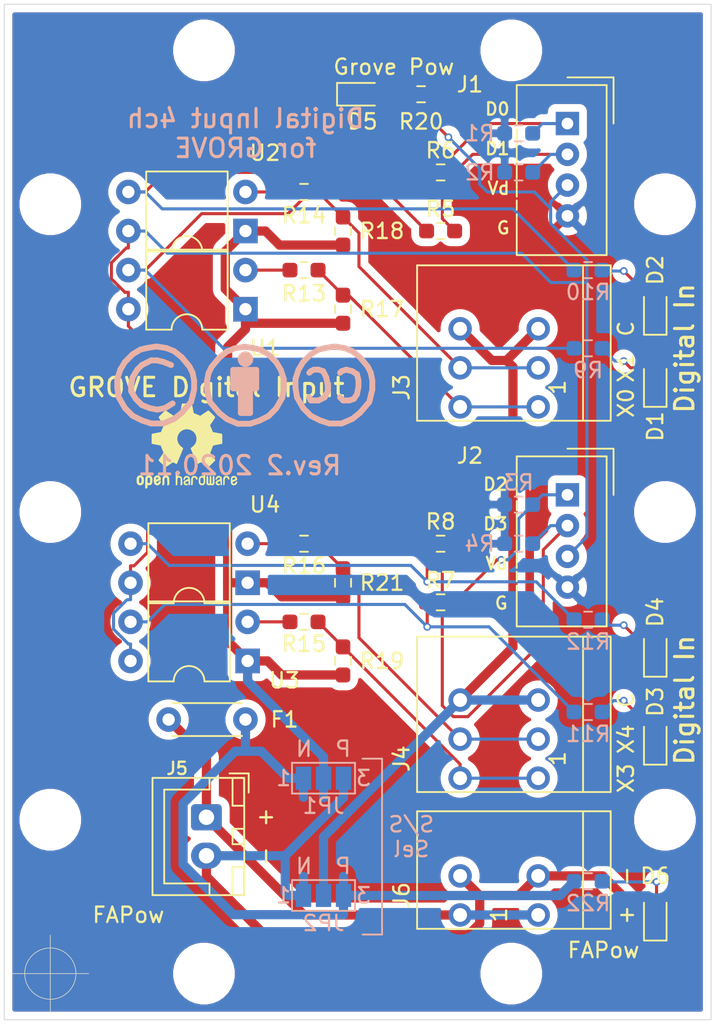
<source format=kicad_pcb>
(kicad_pcb (version 20171130) (host pcbnew "(5.1.8)-1")
  (title_block (title "GROVE Isolated GPIO Interface (4 IN)") (date 2020-11-24) (rev 2) (comment 4 CC-BY-SA))
  (layers (0 F.Cu signal) (31 B.Cu signal) (34 B.Paste user hide) (35 F.Paste user hide) (36 B.SilkS user) (37 F.SilkS user) (38 B.Mask user hide) (39 F.Mask user hide) (44 Edge.Cuts user))
  (net 0 "")
  (net 1 GND)
  (net 2 +24V)
  (net 3 GNDD)
  (net 4 "Net-(D1-Pad2)")
  (net 5 "Net-(D2-Pad2)")
  (net 6 "Net-(D3-Pad2)")
  (net 7 +3V3)
  (net 8 "Net-(D4-Pad2)")
  (net 9 "Net-(D5-Pad2)")
  (net 10 /+24V_)
  (net 11 /GNDD_)
  (net 12 "Net-(J1-Pad2)")
  (net 13 "Net-(J1-Pad1)")
  (net 14 "Net-(J2-Pad2)")
  (net 15 "Net-(J2-Pad1)")
  (net 16 /IN1)
  (net 17 /IN2)
  (net 18 /IN3)
  (net 19 /IN4)
  (net 20 "Net-(F1-Pad2)")
  (net 21 "Net-(R5-Pad1)")
  (net 22 "Net-(R10-Pad1)")
  (net 23 "Net-(R11-Pad1)")
  (net 24 "Net-(R12-Pad1)")
  (net 25 "Net-(R13-Pad2)")
  (net 26 "Net-(R14-Pad2)")
  (net 27 "Net-(R15-Pad2)")
  (net 28 "Net-(R16-Pad2)")
  (net 29 "Net-(D6-Pad2)")
  (module Resistor_SMD:R_0603_1608Metric_Pad0.98x0.95mm_HandSolder (layer F.Cu) (at 98.13 93.85 180)
    (fp_text reference R20 (at 0 -1.778) (layer F.SilkS))
    (fp_text value 1k)
    (pad 2 smd roundrect (at 0.9125 0 180) (size 0.975 0.95) (layers F.Cu F.Paste F.Mask) (net 9 "Net-(D5-Pad2)"))
    (pad 1 smd roundrect (at -0.9125 0 180) (size 0.975 0.95) (layers F.Cu F.Paste F.Mask) (net 7 +3V3))
  )
  (module LED_SMD:LED_0603_1608Metric_Pad1.05x0.95mm_HandSolder (layer F.Cu) (at 94.32 93.85)
    (fp_text reference D5 (at 0 1.778) (layer F.SilkS))
    (fp_text value LED)
    (pad 2 smd roundrect (at 0.875 0) (size 1.05 0.95) (layers F.Cu F.Paste F.Mask) (net 9 "Net-(D5-Pad2)"))
    (pad 1 smd roundrect (at -0.875 0) (size 1.05 0.95) (layers F.Cu F.Paste F.Mask) (net 1 GND))
  )
  (module MountingHole:MountingHole_3mm (layer F.Cu) (at 114 141)
    (fp_text reference MH12 hide)
    (fp_text value MountingHole)
    (pad 1 np_thru_hole circle (at 0 0) (size 3 3) (drill 3) (layers *.Cu *.Mask))
  )
  (module MountingHole:MountingHole_3mm (layer F.Cu) (at 84 151)
    (fp_text reference MH11 hide)
    (fp_text value MountingHole)
    (pad 1 np_thru_hole circle (at 0 0) (size 3 3) (drill 3) (layers *.Cu *.Mask))
  )
  (module MountingHole:MountingHole_3mm (layer F.Cu) (at 74 121)
    (fp_text reference MH10 hide)
    (fp_text value MountingHole)
    (pad 1 np_thru_hole circle (at 0 0) (size 3 3) (drill 3) (layers *.Cu *.Mask))
  )
  (module MountingHole:MountingHole_3mm (layer F.Cu) (at 84 91)
    (fp_text reference MH9 hide)
    (fp_text value MountingHole)
    (pad 1 np_thru_hole circle (at 0 0) (size 3 3) (drill 3) (layers *.Cu *.Mask))
  )
  (module MountingHole:MountingHole_3mm (layer F.Cu) (at 114 101)
    (fp_text reference MH8 hide)
    (fp_text value MountingHole)
    (pad 1 np_thru_hole circle (at 0 0) (size 3 3) (drill 3) (layers *.Cu *.Mask))
  )
  (module Resistor_SMD:R_0603_1608Metric_Pad0.98x0.95mm_HandSolder (layer B.Cu) (at 104.48 123.06 180)
    (fp_text reference R4 (at 2.54 0) (layer B.SilkS) (effects (justify mirror)))
    (fp_text value 10k)
    (pad 2 smd roundrect (at 0.9125 0 180) (size 0.975 0.95) (layers B.Cu B.Paste B.Mask) (net 1 GND))
    (pad 1 smd roundrect (at -0.9125 0 180) (size 0.975 0.95) (layers B.Cu B.Paste B.Mask) (net 14 "Net-(J2-Pad2)"))
  )
  (module Resistor_SMD:R_0603_1608Metric_Pad0.98x0.95mm_HandSolder (layer B.Cu) (at 104.48 120.52 180)
    (fp_text reference R3 (at 0 1.43) (layer B.SilkS) (effects (justify mirror)))
    (fp_text value 10k)
    (pad 2 smd roundrect (at 0.9125 0 180) (size 0.975 0.95) (layers B.Cu B.Paste B.Mask) (net 1 GND))
    (pad 1 smd roundrect (at -0.9125 0 180) (size 0.975 0.95) (layers B.Cu B.Paste B.Mask) (net 15 "Net-(J2-Pad1)"))
  )
  (module Resistor_SMD:R_0603_1608Metric_Pad0.98x0.95mm_HandSolder (layer B.Cu) (at 104.48 98.93 180)
    (fp_text reference R2 (at 2.54 0) (layer B.SilkS) (effects (justify mirror)))
    (fp_text value 10k)
    (pad 2 smd roundrect (at 0.9125 0 180) (size 0.975 0.95) (layers B.Cu B.Paste B.Mask) (net 1 GND))
    (pad 1 smd roundrect (at -0.9125 0 180) (size 0.975 0.95) (layers B.Cu B.Paste B.Mask) (net 12 "Net-(J1-Pad2)"))
  )
  (module Resistor_SMD:R_0603_1608Metric_Pad0.98x0.95mm_HandSolder (layer B.Cu) (at 104.48 96.39 180)
    (fp_text reference R1 (at 2.54 0) (layer B.SilkS) (effects (justify mirror)))
    (fp_text value 10k)
    (pad 2 smd roundrect (at 0.9125 0 180) (size 0.975 0.95) (layers B.Cu B.Paste B.Mask) (net 1 GND))
    (pad 1 smd roundrect (at -0.9125 0 180) (size 0.975 0.95) (layers B.Cu B.Paste B.Mask) (net 13 "Net-(J1-Pad1)"))
  )
  (module Capacitor_THT:C_Disc_D4.3mm_W1.9mm_P5.00mm (layer F.Cu) (at 86.7 134.49 180)
    (fp_text reference F1 (at -2.54 0) (layer F.SilkS))
    (fp_text value 0.5A)
    (pad 2 thru_hole circle (at 5 0 180) (size 1.6 1.6) (drill 0.8) (layers *.Cu *.Mask) (net 20 "Net-(F1-Pad2)"))
    (pad 1 thru_hole circle (at 0 0 180) (size 1.6 1.6) (drill 0.8) (layers *.Cu *.Mask) (net 2 +24V))
  )
  (module MountingHole:MountingHole_3mm (layer F.Cu) (at 74 141)
    (fp_text reference MH5 hide)
    (fp_text value MountingHole)
    (pad 1 np_thru_hole circle (at 0 0) (size 3 3) (drill 3) (layers *.Cu *.Mask))
  )
  (module MountingHole:MountingHole_3mm (layer F.Cu) (at 104 151 180)
    (fp_text reference MH4 hide)
    (fp_text value MountingHole)
    (pad 1 np_thru_hole circle (at 0 0 180) (size 3 3) (drill 3) (layers *.Cu *.Mask))
  )
  (module MountingHole:MountingHole_3mm (layer F.Cu) (at 104 91 180)
    (fp_text reference MH3 hide)
    (fp_text value MountingHole)
    (pad 1 np_thru_hole circle (at 0 0 180) (size 3 3) (drill 3) (layers *.Cu *.Mask))
  )
  (module MountingHole:MountingHole_3mm (layer F.Cu) (at 74 101 180)
    (fp_text reference MH2 hide)
    (fp_text value MountingHole)
    (pad 1 np_thru_hole circle (at 0 0 180) (size 3 3) (drill 3) (layers *.Cu *.Mask))
  )
  (module MountingHole:MountingHole_3mm (layer F.Cu) (at 114 121 180)
    (fp_text reference MH1 hide)
    (fp_text value MountingHole)
    (pad 1 np_thru_hole circle (at 0 0 180) (size 3 3) (drill 3) (layers *.Cu *.Mask))
  )
  (module Package_DIP:DIP-4_W7.62mm (layer F.Cu) (at 86.84 125.6 180)
    (fp_text reference U4 (at -1.13 5.08) (layer F.SilkS))
    (fp_text value FOD814A300W)
    (pad 4 thru_hole oval (at 7.62 0 180) (size 1.6 1.6) (drill 0.8) (layers *.Cu *.Mask) (net 7 +3V3))
    (pad 2 thru_hole oval (at 0 2.54 180) (size 1.6 1.6) (drill 0.8) (layers *.Cu *.Mask) (net 28 "Net-(R16-Pad2)"))
    (pad 3 thru_hole oval (at 7.62 2.54 180) (size 1.6 1.6) (drill 0.8) (layers *.Cu *.Mask) (net 24 "Net-(R12-Pad1)"))
    (pad 1 thru_hole rect (at 0 0 180) (size 1.6 1.6) (drill 0.8) (layers *.Cu *.Mask) (net 10 /+24V_))
  )
  (module Package_DIP:DIP-4_W7.62mm (layer F.Cu) (at 86.84 130.68 180)
    (fp_text reference U3 (at -2.4 -1.27) (layer F.SilkS))
    (fp_text value FOD814A300W)
    (pad 4 thru_hole oval (at 7.62 0 180) (size 1.6 1.6) (drill 0.8) (layers *.Cu *.Mask) (net 7 +3V3))
    (pad 2 thru_hole oval (at 0 2.54 180) (size 1.6 1.6) (drill 0.8) (layers *.Cu *.Mask) (net 27 "Net-(R15-Pad2)"))
    (pad 3 thru_hole oval (at 7.62 2.54 180) (size 1.6 1.6) (drill 0.8) (layers *.Cu *.Mask) (net 23 "Net-(R11-Pad1)"))
    (pad 1 thru_hole rect (at 0 0 180) (size 1.6 1.6) (drill 0.8) (layers *.Cu *.Mask) (net 10 /+24V_))
  )
  (module Package_DIP:DIP-4_W7.62mm (layer F.Cu) (at 86.7 102.74 180)
    (fp_text reference U2 (at -1.27 5.08) (layer F.SilkS))
    (fp_text value FOD814A300W)
    (pad 4 thru_hole oval (at 7.62 0 180) (size 1.6 1.6) (drill 0.8) (layers *.Cu *.Mask) (net 7 +3V3))
    (pad 2 thru_hole oval (at 0 2.54 180) (size 1.6 1.6) (drill 0.8) (layers *.Cu *.Mask) (net 26 "Net-(R14-Pad2)"))
    (pad 3 thru_hole oval (at 7.62 2.54 180) (size 1.6 1.6) (drill 0.8) (layers *.Cu *.Mask) (net 22 "Net-(R10-Pad1)"))
    (pad 1 thru_hole rect (at 0 0 180) (size 1.6 1.6) (drill 0.8) (layers *.Cu *.Mask) (net 10 /+24V_))
  )
  (module Package_DIP:DIP-4_W7.62mm (layer F.Cu) (at 86.7 107.82 180)
    (fp_text reference U1 (at -1.27 -2.54) (layer F.SilkS))
    (fp_text value FOD814A300W)
    (pad 4 thru_hole oval (at 7.62 0 180) (size 1.6 1.6) (drill 0.8) (layers *.Cu *.Mask) (net 7 +3V3))
    (pad 2 thru_hole oval (at 0 2.54 180) (size 1.6 1.6) (drill 0.8) (layers *.Cu *.Mask) (net 25 "Net-(R13-Pad2)"))
    (pad 3 thru_hole oval (at 7.62 2.54 180) (size 1.6 1.6) (drill 0.8) (layers *.Cu *.Mask) (net 21 "Net-(R5-Pad1)"))
    (pad 1 thru_hole rect (at 0 0 180) (size 1.6 1.6) (drill 0.8) (layers *.Cu *.Mask) (net 10 /+24V_))
  )
  (module Resistor_SMD:R_0603_1608Metric_Pad0.98x0.95mm_HandSolder (layer F.Cu) (at 93.05 125.6 90)
    (fp_text reference R21 (at 0 2.54 180) (layer F.SilkS))
    (fp_text value 4.7k)
    (pad 2 smd roundrect (at 0.9125 0 90) (size 0.975 0.95) (layers F.Cu F.Paste F.Mask) (net 19 /IN4))
    (pad 1 smd roundrect (at -0.9125 0 90) (size 0.975 0.95) (layers F.Cu F.Paste F.Mask) (net 10 /+24V_))
  )
  (module Resistor_SMD:R_0603_1608Metric_Pad0.98x0.95mm_HandSolder (layer F.Cu) (at 93.05 130.68 90)
    (fp_text reference R19 (at 0 2.54 180) (layer F.SilkS))
    (fp_text value 4.7k)
    (pad 2 smd roundrect (at 0.9125 0 90) (size 0.975 0.95) (layers F.Cu F.Paste F.Mask) (net 18 /IN3))
    (pad 1 smd roundrect (at -0.9125 0 90) (size 0.975 0.95) (layers F.Cu F.Paste F.Mask) (net 10 /+24V_))
  )
  (module Resistor_SMD:R_0603_1608Metric_Pad0.98x0.95mm_HandSolder (layer F.Cu) (at 93.05 102.74 90)
    (fp_text reference R18 (at 0 2.54 180) (layer F.SilkS))
    (fp_text value 4.7k)
    (pad 2 smd roundrect (at 0.9125 0 90) (size 0.975 0.95) (layers F.Cu F.Paste F.Mask) (net 17 /IN2))
    (pad 1 smd roundrect (at -0.9125 0 90) (size 0.975 0.95) (layers F.Cu F.Paste F.Mask) (net 10 /+24V_))
  )
  (module Resistor_SMD:R_0603_1608Metric_Pad0.98x0.95mm_HandSolder (layer F.Cu) (at 93.05 107.82 90)
    (fp_text reference R17 (at 0 2.54 180) (layer F.SilkS))
    (fp_text value 4.7k)
    (pad 2 smd roundrect (at 0.9125 0 90) (size 0.975 0.95) (layers F.Cu F.Paste F.Mask) (net 16 /IN1))
    (pad 1 smd roundrect (at -0.9125 0 90) (size 0.975 0.95) (layers F.Cu F.Paste F.Mask) (net 10 /+24V_))
  )
  (module Resistor_SMD:R_0603_1608Metric_Pad0.98x0.95mm_HandSolder (layer F.Cu) (at 90.51 123.06 180)
    (fp_text reference R16 (at 0 -1.43) (layer F.SilkS))
    (fp_text value 4.7k)
    (pad 2 smd roundrect (at 0.9125 0 180) (size 0.975 0.95) (layers F.Cu F.Paste F.Mask) (net 28 "Net-(R16-Pad2)"))
    (pad 1 smd roundrect (at -0.9125 0 180) (size 0.975 0.95) (layers F.Cu F.Paste F.Mask) (net 19 /IN4))
  )
  (module Resistor_SMD:R_0603_1608Metric_Pad0.98x0.95mm_HandSolder (layer F.Cu) (at 90.51 128.14 180)
    (fp_text reference R15 (at 0 -1.43) (layer F.SilkS))
    (fp_text value 4.7k)
    (pad 2 smd roundrect (at 0.9125 0 180) (size 0.975 0.95) (layers F.Cu F.Paste F.Mask) (net 27 "Net-(R15-Pad2)"))
    (pad 1 smd roundrect (at -0.9125 0 180) (size 0.975 0.95) (layers F.Cu F.Paste F.Mask) (net 18 /IN3))
  )
  (module Resistor_SMD:R_0603_1608Metric_Pad0.98x0.95mm_HandSolder (layer F.Cu) (at 90.51 100.2 180)
    (fp_text reference R14 (at 0 -1.524) (layer F.SilkS))
    (fp_text value 4.7k)
    (pad 2 smd roundrect (at 0.9125 0 180) (size 0.975 0.95) (layers F.Cu F.Paste F.Mask) (net 26 "Net-(R14-Pad2)"))
    (pad 1 smd roundrect (at -0.9125 0 180) (size 0.975 0.95) (layers F.Cu F.Paste F.Mask) (net 17 /IN2))
  )
  (module Resistor_SMD:R_0603_1608Metric_Pad0.98x0.95mm_HandSolder (layer F.Cu) (at 90.51 105.28 180)
    (fp_text reference R13 (at 0 -1.524) (layer F.SilkS))
    (fp_text value 4.7k)
    (pad 2 smd roundrect (at 0.9125 0 180) (size 0.975 0.95) (layers F.Cu F.Paste F.Mask) (net 25 "Net-(R13-Pad2)"))
    (pad 1 smd roundrect (at -0.9125 0 180) (size 0.975 0.95) (layers F.Cu F.Paste F.Mask) (net 16 /IN1))
  )
  (module _my_kicad_symbol:Terminal_TB401a-1-3-E (layer F.Cu) (at 100.67 138.3 90)
    (fp_text reference J4 (at 1.27 -3.81 90) (layer F.SilkS))
    (fp_text value OUT3/4)
    (fp_text user 1 (at 1.27 6.35 90) (layer F.SilkS))
    (pad 6 thru_hole circle (at 5.08 0 90) (size 1.524 1.524) (drill 0.9) (layers *.Cu *.Mask) (net 11 /GNDD_))
    (pad 5 thru_hole circle (at 5.08 5.08 90) (size 1.524 1.524) (drill 0.9) (layers *.Cu *.Mask) (net 11 /GNDD_))
    (pad 1 thru_hole circle (at 0 5.08 90) (size 1.524 1.524) (drill 0.9) (layers *.Cu *.Mask) (net 18 /IN3))
    (pad 2 thru_hole circle (at 0 0 90) (size 1.524 1.524) (drill 0.9) (layers *.Cu *.Mask) (net 18 /IN3))
    (pad 3 thru_hole circle (at 2.54 5.08 90) (size 1.524 1.524) (drill 0.9) (layers *.Cu *.Mask) (net 19 /IN4))
    (pad 4 thru_hole circle (at 2.54 0 90) (size 1.524 1.524) (drill 0.9) (layers *.Cu *.Mask) (net 19 /IN4))
  )
  (module _my_kicad_symbol:Terminal_TB401a-1-3-E (layer F.Cu) (at 100.67 114.17 90)
    (fp_text reference J3 (at 1.27 -3.81 90) (layer F.SilkS))
    (fp_text value IN1/2)
    (fp_text user 1 (at 1.27 6.35 90) (layer F.SilkS))
    (pad 6 thru_hole circle (at 5.08 0 90) (size 1.524 1.524) (drill 0.9) (layers *.Cu *.Mask) (net 11 /GNDD_))
    (pad 5 thru_hole circle (at 5.08 5.08 90) (size 1.524 1.524) (drill 0.9) (layers *.Cu *.Mask) (net 11 /GNDD_))
    (pad 1 thru_hole circle (at 0 5.08 90) (size 1.524 1.524) (drill 0.9) (layers *.Cu *.Mask) (net 16 /IN1))
    (pad 2 thru_hole circle (at 0 0 90) (size 1.524 1.524) (drill 0.9) (layers *.Cu *.Mask) (net 16 /IN1))
    (pad 3 thru_hole circle (at 2.54 5.08 90) (size 1.524 1.524) (drill 0.9) (layers *.Cu *.Mask) (net 17 /IN2))
    (pad 4 thru_hole circle (at 2.54 0 90) (size 1.524 1.524) (drill 0.9) (layers *.Cu *.Mask) (net 17 /IN2))
  )
  (module Resistor_SMD:R_0603_1608Metric_Pad0.98x0.95mm_HandSolder (layer B.Cu) (at 109 145)
    (fp_text reference R22 (at 0 1.43) (layer B.SilkS) (effects (justify mirror)))
    (fp_text value 10k)
    (pad 2 smd roundrect (at 0.9125 0) (size 0.975 0.95) (layers B.Cu B.Paste B.Mask) (net 29 "Net-(D6-Pad2)"))
    (pad 1 smd roundrect (at -0.9125 0) (size 0.975 0.95) (layers B.Cu B.Paste B.Mask) (net 2 +24V))
  )
  (module Resistor_SMD:R_0603_1608Metric_Pad0.98x0.95mm_HandSolder (layer B.Cu) (at 109 128)
    (fp_text reference R12 (at 0 1.43) (layer B.SilkS) (effects (justify mirror)))
    (fp_text value 470)
    (pad 2 smd roundrect (at 0.9125 0) (size 0.975 0.95) (layers B.Cu B.Paste B.Mask) (net 8 "Net-(D4-Pad2)"))
    (pad 1 smd roundrect (at -0.9125 0) (size 0.975 0.95) (layers B.Cu B.Paste B.Mask) (net 24 "Net-(R12-Pad1)"))
  )
  (module Resistor_SMD:R_0603_1608Metric_Pad0.98x0.95mm_HandSolder (layer B.Cu) (at 109 134)
    (fp_text reference R11 (at 0 1.43) (layer B.SilkS) (effects (justify mirror)))
    (fp_text value 470)
    (pad 2 smd roundrect (at 0.9125 0) (size 0.975 0.95) (layers B.Cu B.Paste B.Mask) (net 6 "Net-(D3-Pad2)"))
    (pad 1 smd roundrect (at -0.9125 0) (size 0.975 0.95) (layers B.Cu B.Paste B.Mask) (net 23 "Net-(R11-Pad1)"))
  )
  (module Resistor_SMD:R_0603_1608Metric_Pad0.98x0.95mm_HandSolder (layer B.Cu) (at 109 105.28)
    (fp_text reference R10 (at 0 1.43) (layer B.SilkS) (effects (justify mirror)))
    (fp_text value 470)
    (pad 2 smd roundrect (at 0.9125 0) (size 0.975 0.95) (layers B.Cu B.Paste B.Mask) (net 5 "Net-(D2-Pad2)"))
    (pad 1 smd roundrect (at -0.9125 0) (size 0.975 0.95) (layers B.Cu B.Paste B.Mask) (net 22 "Net-(R10-Pad1)"))
  )
  (module Resistor_SMD:R_0603_1608Metric_Pad0.98x0.95mm_HandSolder (layer B.Cu) (at 109 110.36)
    (fp_text reference R9 (at 0 1.43) (layer B.SilkS) (effects (justify mirror)))
    (fp_text value 470)
    (pad 2 smd roundrect (at 0.9125 0) (size 0.975 0.95) (layers B.Cu B.Paste B.Mask) (net 4 "Net-(D1-Pad2)"))
    (pad 1 smd roundrect (at -0.9125 0) (size 0.975 0.95) (layers B.Cu B.Paste B.Mask) (net 21 "Net-(R5-Pad1)"))
  )
  (module Resistor_SMD:R_0603_1608Metric_Pad0.98x0.95mm_HandSolder (layer F.Cu) (at 99.4 123.06)
    (fp_text reference R8 (at 0 -1.43) (layer F.SilkS))
    (fp_text value 100)
    (pad 2 smd roundrect (at 0.9125 0) (size 0.975 0.95) (layers F.Cu F.Paste F.Mask) (net 14 "Net-(J2-Pad2)"))
    (pad 1 smd roundrect (at -0.9125 0) (size 0.975 0.95) (layers F.Cu F.Paste F.Mask) (net 24 "Net-(R12-Pad1)"))
  )
  (module Resistor_SMD:R_0603_1608Metric_Pad0.98x0.95mm_HandSolder (layer F.Cu) (at 99.4 126.87)
    (fp_text reference R7 (at 0 -1.43) (layer F.SilkS))
    (fp_text value 100)
    (pad 2 smd roundrect (at 0.9125 0) (size 0.975 0.95) (layers F.Cu F.Paste F.Mask) (net 15 "Net-(J2-Pad1)"))
    (pad 1 smd roundrect (at -0.9125 0) (size 0.975 0.95) (layers F.Cu F.Paste F.Mask) (net 23 "Net-(R11-Pad1)"))
  )
  (module Resistor_SMD:R_0603_1608Metric_Pad0.98x0.95mm_HandSolder (layer F.Cu) (at 99.4 98.93)
    (fp_text reference R6 (at 0 -1.43) (layer F.SilkS))
    (fp_text value 100)
    (pad 2 smd roundrect (at 0.9125 0) (size 0.975 0.95) (layers F.Cu F.Paste F.Mask) (net 12 "Net-(J1-Pad2)"))
    (pad 1 smd roundrect (at -0.9125 0) (size 0.975 0.95) (layers F.Cu F.Paste F.Mask) (net 22 "Net-(R10-Pad1)"))
  )
  (module Resistor_SMD:R_0603_1608Metric_Pad0.98x0.95mm_HandSolder (layer F.Cu) (at 99.4 102.74)
    (fp_text reference R5 (at 0 -1.43) (layer F.SilkS))
    (fp_text value 100)
    (pad 2 smd roundrect (at 0.9125 0) (size 0.975 0.95) (layers F.Cu F.Paste F.Mask) (net 13 "Net-(J1-Pad1)"))
    (pad 1 smd roundrect (at -0.9125 0) (size 0.975 0.95) (layers F.Cu F.Paste F.Mask) (net 21 "Net-(R5-Pad1)"))
  )
  (module Jumper:SolderJumper-3_P1.3mm_Open_Pad1.0x1.5mm_NumberLabels (layer B.Cu) (at 91.78 145.92)
    (fp_text reference JP2 (at 0 1.8) (layer B.SilkS) (effects (justify mirror)))
    (fp_text value "S/S Y-")
    (fp_text user 1 (at -2.6 0) (layer B.SilkS) (effects (justify mirror)))
    (fp_text user 3 (at 2.6 0) (layer B.SilkS) (effects (justify mirror)))
    (pad 1 smd rect (at -1.3 0) (size 1 1.5) (layers B.Cu B.Mask) (net 3 GNDD))
    (pad 2 smd rect (at 0 0) (size 1 1.5) (layers B.Cu B.Mask) (net 11 /GNDD_))
    (pad 3 smd rect (at 1.3 0) (size 1 1.5) (layers B.Cu B.Mask) (net 2 +24V))
  )
  (module Jumper:SolderJumper-3_P1.3mm_Open_Pad1.0x1.5mm_NumberLabels (layer B.Cu) (at 91.78 138.3)
    (fp_text reference JP1 (at 0 1.8) (layer B.SilkS) (effects (justify mirror)))
    (fp_text value "S/S Y+")
    (fp_text user 1 (at -2.6 0) (layer B.SilkS) (effects (justify mirror)))
    (fp_text user 3 (at 2.6 0) (layer B.SilkS) (effects (justify mirror)))
    (pad 1 smd rect (at -1.3 0) (size 1 1.5) (layers B.Cu B.Mask) (net 2 +24V))
    (pad 2 smd rect (at 0 0) (size 1 1.5) (layers B.Cu B.Mask) (net 10 /+24V_))
    (pad 3 smd rect (at 1.3 0) (size 1 1.5) (layers B.Cu B.Mask) (net 3 GNDD))
  )
  (module _my_kicad_symbol:Terminal_TB401a-1-2-E (layer F.Cu) (at 100.67 147.19 90)
    (fp_text reference J6 (at 1.27 -3.81 90) (layer F.SilkS))
    (fp_text value "DC24V IN")
    (fp_text user 1 (at 0 2.54 90) (layer F.SilkS))
    (pad 1 thru_hole circle (at 0 5.08 90) (size 1.524 1.524) (drill 0.9) (layers *.Cu *.Mask) (net 20 "Net-(F1-Pad2)"))
    (pad 2 thru_hole circle (at 0 0 90) (size 1.524 1.524) (drill 0.9) (layers *.Cu *.Mask) (net 20 "Net-(F1-Pad2)"))
    (pad 3 thru_hole circle (at 2.54 5.08 90) (size 1.524 1.524) (drill 0.9) (layers *.Cu *.Mask) (net 3 GNDD))
    (pad 4 thru_hole circle (at 2.54 0 90) (size 1.524 1.524) (drill 0.9) (layers *.Cu *.Mask) (net 3 GNDD))
  )
  (module Connector:NS-Tech_Grove_1x04_P2mm_Vertical (layer F.Cu) (at 107.655 119.885)
    (fp_text reference J2 (at -6.35 -2.54 180) (layer F.SilkS))
    (fp_text value "GROVE DIn2")
    (pad 4 thru_hole circle (at 0 6) (size 1.524 1.524) (drill 0.762) (layers *.Cu *.Mask) (net 1 GND))
    (pad 3 thru_hole circle (at 0 4) (size 1.524 1.524) (drill 0.762) (layers *.Cu *.Mask) (net 7 +3V3))
    (pad 2 thru_hole circle (at 0 2) (size 1.524 1.524) (drill 0.762) (layers *.Cu *.Mask) (net 14 "Net-(J2-Pad2)"))
    (pad 1 thru_hole rect (at 0 0) (size 1.524 1.524) (drill 0.762) (layers *.Cu *.Mask) (net 15 "Net-(J2-Pad1)"))
  )
  (module LED_SMD:LED_0603_1608Metric_Pad1.05x0.95mm_HandSolder (layer F.Cu) (at 113.37 147.19 90)
    (fp_text reference D6 (at 2.54 0) (layer F.SilkS))
    (fp_text value LED)
    (pad 2 smd roundrect (at 0.875 0 90) (size 1.05 0.95) (layers F.Cu F.Paste F.Mask) (net 29 "Net-(D6-Pad2)"))
    (pad 1 smd roundrect (at -0.875 0 90) (size 1.05 0.95) (layers F.Cu F.Paste F.Mask) (net 3 GNDD))
  )
  (module LED_SMD:LED_0603_1608Metric_Pad1.05x0.95mm_HandSolder (layer F.Cu) (at 113.37 130.045 90)
    (fp_text reference D4 (at 2.54 0 90) (layer F.SilkS))
    (fp_text value LED)
    (pad 2 smd roundrect (at 0.875 0 90) (size 1.05 0.95) (layers F.Cu F.Paste F.Mask) (net 8 "Net-(D4-Pad2)"))
    (pad 1 smd roundrect (at -0.875 0 90) (size 1.05 0.95) (layers F.Cu F.Paste F.Mask) (net 1 GND))
  )
  (module LED_SMD:LED_0603_1608Metric_Pad1.05x0.95mm_HandSolder (layer F.Cu) (at 113.37 135.76 90)
    (fp_text reference D3 (at 2.427 0 90) (layer F.SilkS))
    (fp_text value LED)
    (pad 2 smd roundrect (at 0.875 0 90) (size 1.05 0.95) (layers F.Cu F.Paste F.Mask) (net 6 "Net-(D3-Pad2)"))
    (pad 1 smd roundrect (at -0.875 0 90) (size 1.05 0.95) (layers F.Cu F.Paste F.Mask) (net 1 GND))
  )
  (module LED_SMD:LED_0603_1608Metric_Pad1.05x0.95mm_HandSolder (layer F.Cu) (at 113.37 107.82 90)
    (fp_text reference D2 (at 2.54 0 90) (layer F.SilkS))
    (fp_text value LED)
    (pad 2 smd roundrect (at 0.875 0 90) (size 1.05 0.95) (layers F.Cu F.Paste F.Mask) (net 5 "Net-(D2-Pad2)"))
    (pad 1 smd roundrect (at -0.875 0 90) (size 1.05 0.95) (layers F.Cu F.Paste F.Mask) (net 1 GND))
  )
  (module LED_SMD:LED_0603_1608Metric_Pad1.05x0.95mm_HandSolder (layer F.Cu) (at 113.37 112.505 90)
    (fp_text reference D1 (at -2.935 0 90) (layer F.SilkS))
    (fp_text value LED)
    (pad 2 smd roundrect (at 0.875 0 90) (size 1.05 0.95) (layers F.Cu F.Paste F.Mask) (net 4 "Net-(D1-Pad2)"))
    (pad 1 smd roundrect (at -0.875 0 90) (size 1.05 0.95) (layers F.Cu F.Paste F.Mask) (net 1 GND))
  )
  (module Connector:NS-Tech_Grove_1x04_P2mm_Vertical (layer F.Cu) (at 107.655 95.755)
    (fp_text reference J1 (at -6.35 -2.54) (layer F.SilkS))
    (fp_text value "GROVE DIn1")
    (pad 4 thru_hole circle (at 0 6) (size 1.524 1.524) (drill 0.762) (layers *.Cu *.Mask) (net 1 GND))
    (pad 3 thru_hole circle (at 0 4) (size 1.524 1.524) (drill 0.762) (layers *.Cu *.Mask) (net 7 +3V3))
    (pad 2 thru_hole circle (at 0 2) (size 1.524 1.524) (drill 0.762) (layers *.Cu *.Mask) (net 12 "Net-(J1-Pad2)"))
    (pad 1 thru_hole rect (at 0 0) (size 1.524 1.524) (drill 0.762) (layers *.Cu *.Mask) (net 13 "Net-(J1-Pad1)"))
  )
  (module _my_kicad_symbol:CC-BY-SA (layer F.Cu) (at 86.7 112.9)
    (fp_text reference MH7 hide)
    (fp_text value MountingHole)
  )
  (module Symbol:OSHW-Logo2_7.3x6mm_SilkScreen (layer F.Cu) (at 82.89 116.71)
    (fp_text reference MH6 hide)
    (fp_text value MountingHole hide)
  )
  (module Connector_JST:JST_XH_B2B-XH-A_1x02_P2.50mm_Vertical (layer F.Cu) (at 84.16 140.84 270)
    (fp_text reference J5 (at -3.175 1.905 180) (layer F.SilkS) (effects (font (size 0.8 0.8))))
    (fp_text value "DC24V IN")
    (pad 2 thru_hole oval (at 2.5 0 270) (size 1.7 2) (drill 1) (layers *.Cu *.Mask) (net 3 GNDD))
    (pad 1 thru_hole roundrect (at 0 0 270) (size 1.7 2) (drill 1) (layers *.Cu *.Mask) (roundrect_rratio 0.147059) (net 20 "Net-(F1-Pad2)"))
  )
  (gr_text "Grove Pow" (at 96.352 92.072) (layer F.SilkS) (effects (font (size 1 1))))
  (gr_text "Digital In" (at 115.275 133.22 90) (layer F.SilkS) (effects (font (size 1.2 1.2) (thickness 0.2))))
  (gr_text "Digital In" (at 115.275 110.36 90) (layer F.SilkS) (effects (font (size 1.2 1.2) (thickness 0.2))))
  (gr_line (start 71 88) (end 71 154) (layer Edge.Cuts) (width 0.05))
  (gr_line (start 117 88) (end 71 88) (layer Edge.Cuts) (width 0.05))
  (gr_line (start 117 154) (end 117 88) (layer Edge.Cuts) (width 0.05))
  (gr_line (start 71 154) (end 117 154) (layer Edge.Cuts) (width 0.05))
  (gr_text P (at 93.05 144.015) (layer B.SilkS) (effects (font (size 1 1)) (justify mirror)))
  (gr_text N (at 90.51 144.015) (layer B.SilkS) (effects (font (size 1 1)) (justify mirror)))
  (gr_text P (at 93.05 136.395) (layer B.SilkS) (effects (font (size 1 1)) (justify mirror)))
  (gr_text N (at 90.51 136.395) (layer B.SilkS) (effects (font (size 1 1)) (justify mirror)))
  (gr_line (start 81.89 104.07) (end 83.89 104.07) (layer F.SilkS) (width 0.12))
  (gr_text FAPow (at 79.08 147.19) (layer F.SilkS) (effects (font (size 1 1))))
  (gr_text FAPow (at 110 149.476) (layer F.SilkS) (effects (font (size 1 1))))
  (gr_text "D2\n\nD3\n\nVd\n\nG" (at 103.845 123.06) (layer F.SilkS) (effects (font (size 0.8 0.8)) (justify right)))
  (gr_text "S/S\nSel" (at 97.495 142.11) (layer B.SilkS) (effects (font (size 1 1)) (justify mirror)))
  (gr_line (start 95.59 148.46) (end 94.32 148.46) (layer B.SilkS) (width 0.12))
  (gr_line (start 95.59 137.03) (end 95.59 148.46) (layer B.SilkS) (width 0.12))
  (gr_line (start 94.32 137.03) (end 95.59 137.03) (layer B.SilkS) (width 0.12))
  (gr_text "GROVE Digital Input" (at 84.16 112.9) (layer F.SilkS) (effects (font (size 1.2 1.2) (thickness 0.2))))
  (gr_text - (at 87.97 143.38 90) (layer F.SilkS) (effects (font (size 1 1))))
  (gr_text + (at 87.97 140.84 90) (layer F.SilkS) (effects (font (size 1 1))))
  (gr_text C (at 111.465 109.09 90) (layer F.SilkS) (effects (font (size 1 1))))
  (gr_text C (at 111.465 133.22 90) (layer F.SilkS) (effects (font (size 1 1))))
  (gr_text - (at 111.465 144.65 90) (layer F.SilkS) (effects (font (size 1 1))))
  (gr_text + (at 111.465 147.19 90) (layer F.SilkS) (effects (font (size 1 1))))
  (gr_text X4 (at 111.465 135.76 90) (layer F.SilkS) (effects (font (size 1 1))))
  (gr_text X3 (at 111.465 138.3 90) (layer F.SilkS) (effects (font (size 1 1))))
  (gr_text X1 (at 111.465 111.63 90) (layer F.SilkS) (effects (font (size 1 1))))
  (gr_text X0 (at 111.465 113.916 90) (layer F.SilkS) (effects (font (size 1 1))))
  (target plus (at 74 151) (size 5) (width 0.05) (layer Edge.Cuts))
  (gr_text "D0\n\nD1\n\nVd\n\nG" (at 103.972 98.676) (layer F.SilkS) (effects (font (size 0.8 0.8)) (justify right)))
  (gr_text "Rev.2 2020.11" (at 93.05 117.98) (layer B.SilkS) (effects (font (size 1.2 1.2) (thickness 0.2)) (justify left mirror)))
  (gr_text "Digital Input 4ch\nfor GROVE" (at 86.7 96.39) (layer B.SilkS) (effects (font (size 1.2 1.2) (thickness 0.2)) (justify mirror)))
  (segment (start 93.08 145.9276) (end 107.1599 145.9276) (width 0.6) (layer B.Cu) (net 2))
  (segment (start 107.1599 145.9276) (end 108.0875 145) (width 0.6) (layer B.Cu) (net 2))
  (segment (start 93.08 145.92) (end 93.08 145.9276) (width 0.6) (layer B.Cu) (net 2))
  (segment (start 93.08 146.1239) (end 93.08 145.9276) (width 0.6) (layer B.Cu) (net 2))
  (segment (start 93.08 146.1239) (end 93.08 147.1703) (width 0.6) (layer B.Cu) (net 2))
  (segment (start 86.7 136.5492) (end 86.0282 136.5492) (width 0.6) (layer B.Cu) (net 2))
  (segment (start 86.0282 136.5492) (end 82.6403 139.9371) (width 0.6) (layer B.Cu) (net 2))
  (segment (start 82.6403 139.9371) (end 82.6403 143.9042) (width 0.6) (layer B.Cu) (net 2))
  (segment (start 82.6403 143.9042) (end 85.9064 147.1703) (width 0.6) (layer B.Cu) (net 2))
  (segment (start 85.9064 147.1703) (end 93.08 147.1703) (width 0.6) (layer B.Cu) (net 2))
  (segment (start 89.4797 138.3) (end 87.7289 136.5492) (width 0.6) (layer B.Cu) (net 2))
  (segment (start 87.7289 136.5492) (end 86.7 136.5492) (width 0.6) (layer B.Cu) (net 2))
  (segment (start 86.7 136.5492) (end 86.7 134.49) (width 0.6) (layer B.Cu) (net 2))
  (segment (start 90.48 138.3) (end 89.4797 138.3) (width 0.6) (layer B.Cu) (net 2))
  (segment (start 90.48 138.3) (end 90.48 139.54) (width 0.6) (layer B.Cu) (net 2))
  (segment (start 93.08 145.92) (end 93.08 144.68) (width 0.6) (layer B.Cu) (net 2))
  (segment (start 101.9476 145.9276) (end 104.4724 145.9276) (width 0.6) (layer F.Cu) (net 3))
  (segment (start 104.4724 145.9276) (end 105.75 144.65) (width 0.6) (layer F.Cu) (net 3))
  (segment (start 101.9476 145.9276) (end 100.67 144.65) (width 0.6) (layer F.Cu) (net 3))
  (segment (start 84.16 144.6903) (end 87.9377 148.468) (width 0.6) (layer F.Cu) (net 3))
  (segment (start 87.9377 148.468) (end 101.2236 148.468) (width 0.6) (layer F.Cu) (net 3))
  (segment (start 101.2236 148.468) (end 101.9476 147.744) (width 0.6) (layer F.Cu) (net 3))
  (segment (start 101.9476 147.744) (end 101.9476 145.9276) (width 0.6) (layer F.Cu) (net 3))
  (segment (start 84.16 143.34) (end 84.16 144.6903) (width 0.6) (layer F.Cu) (net 3))
  (segment (start 89.2903 143.34) (end 93.08 139.5503) (width 0.6) (layer B.Cu) (net 3))
  (segment (start 84.16 143.34) (end 89.2903 143.34) (width 0.6) (layer B.Cu) (net 3))
  (segment (start 89.2903 143.34) (end 89.2903 145.7306) (width 0.6) (layer B.Cu) (net 3))
  (segment (start 89.2903 145.7306) (end 89.4797 145.92) (width 0.6) (layer B.Cu) (net 3))
  (segment (start 93.08 138.3) (end 93.08 139.5503) (width 0.6) (layer B.Cu) (net 3))
  (segment (start 90.48 145.92) (end 89.4797 145.92) (width 0.6) (layer B.Cu) (net 3))
  (segment (start 113.37 148.065) (end 109.955 144.65) (width 0.6) (layer F.Cu) (net 3))
  (segment (start 109.955 144.65) (end 105.75 144.65) (width 0.6) (layer F.Cu) (net 3))
  (segment (start 90.48 145.92) (end 90.48 144.68) (width 0.6) (layer B.Cu) (net 3))
  (segment (start 111.3191 111.1917) (end 110.7442 111.1917) (width 0.2) (layer B.Cu) (net 4))
  (segment (start 110.7442 111.1917) (end 109.9125 110.36) (width 0.2) (layer B.Cu) (net 4))
  (segment (start 113.37 111.63) (end 111.7574 111.63) (width 0.2) (layer F.Cu) (net 4))
  (segment (start 111.7574 111.63) (end 111.3191 111.1917) (width 0.2) (layer F.Cu) (net 4))
  (via (at 111.3191 111.1917) (size 0.5) (layers F.Cu B.Cu) (net 4))
  (segment (start 111.3191 105.3384) (end 109.9709 105.3384) (width 0.2) (layer B.Cu) (net 5))
  (segment (start 109.9709 105.3384) (end 109.9125 105.28) (width 0.2) (layer B.Cu) (net 5))
  (segment (start 113.37 106.945) (end 112.9257 106.945) (width 0.2) (layer F.Cu) (net 5))
  (segment (start 112.9257 106.945) (end 111.3191 105.3384) (width 0.2) (layer F.Cu) (net 5))
  (via (at 111.3191 105.3384) (size 0.5) (layers F.Cu B.Cu) (net 5))
  (segment (start 111.3191 133.2588) (end 110.6537 133.2588) (width 0.2) (layer B.Cu) (net 6))
  (segment (start 110.6537 133.2588) (end 109.9125 134) (width 0.2) (layer B.Cu) (net 6))
  (segment (start 113.37 134.885) (end 112.9453 134.885) (width 0.2) (layer F.Cu) (net 6))
  (segment (start 112.9453 134.885) (end 111.3191 133.2588) (width 0.2) (layer F.Cu) (net 6))
  (via (at 111.3191 133.2588) (size 0.5) (layers F.Cu B.Cu) (net 6))
  (segment (start 108.9223 106.0867) (end 108.9223 122.6177) (width 0.2) (layer B.Cu) (net 7))
  (segment (start 108.9223 122.6177) (end 107.655 123.885) (width 0.2) (layer B.Cu) (net 7))
  (segment (start 107.655 99.755) (end 106.5606 100.8494) (width 0.2) (layer B.Cu) (net 7))
  (segment (start 106.5606 100.8494) (end 106.5606 102.2482) (width 0.2) (layer B.Cu) (net 7))
  (segment (start 106.5606 102.2482) (end 108.9223 104.6099) (width 0.2) (layer B.Cu) (net 7))
  (segment (start 108.9223 104.6099) (end 108.9223 106.0867) (width 0.2) (layer B.Cu) (net 7))
  (segment (start 108.9223 106.0867) (end 106.5772 106.0867) (width 0.2) (layer B.Cu) (net 7))
  (segment (start 106.5772 106.0867) (end 104.6701 104.1796) (width 0.2) (layer B.Cu) (net 7))
  (segment (start 104.6701 104.1796) (end 81.6199 104.1796) (width 0.2) (layer B.Cu) (net 7))
  (segment (start 81.6199 104.1796) (end 80.1803 102.74) (width 0.2) (layer B.Cu) (net 7))
  (segment (start 79.08 102.74) (end 80.1803 102.74) (width 0.2) (layer B.Cu) (net 7))
  (segment (start 79.08 107.82) (end 79.08 106.7197) (width 0.2) (layer F.Cu) (net 7))
  (segment (start 79.08 102.74) (end 79.08 103.8403) (width 0.2) (layer F.Cu) (net 7))
  (segment (start 79.08 103.8403) (end 78.9425 103.8403) (width 0.2) (layer F.Cu) (net 7))
  (segment (start 78.9425 103.8403) (end 77.9748 104.808) (width 0.2) (layer F.Cu) (net 7))
  (segment (start 77.9748 104.808) (end 77.9748 105.8425) (width 0.2) (layer F.Cu) (net 7))
  (segment (start 77.9748 105.8425) (end 78.852 106.7197) (width 0.2) (layer F.Cu) (net 7))
  (segment (start 78.852 106.7197) (end 79.08 106.7197) (width 0.2) (layer F.Cu) (net 7))
  (segment (start 79.22 125.6) (end 79.22 126.7003) (width 0.2) (layer B.Cu) (net 7))
  (segment (start 79.22 130.68) (end 79.22 129.5797) (width 0.2) (layer B.Cu) (net 7))
  (segment (start 79.22 129.5797) (end 79.0825 129.5797) (width 0.2) (layer B.Cu) (net 7))
  (segment (start 79.0825 129.5797) (end 78.1148 128.612) (width 0.2) (layer B.Cu) (net 7))
  (segment (start 78.1148 128.612) (end 78.1148 127.5775) (width 0.2) (layer B.Cu) (net 7))
  (segment (start 78.1148 127.5775) (end 78.992 126.7003) (width 0.2) (layer B.Cu) (net 7))
  (segment (start 78.992 126.7003) (end 79.22 126.7003) (width 0.2) (layer B.Cu) (net 7))
  (segment (start 79.22 125.6) (end 79.22 124.4997) (width 0.2) (layer F.Cu) (net 7))
  (segment (start 79.08 107.82) (end 79.08 108.9203) (width 0.2) (layer F.Cu) (net 7))
  (segment (start 79.08 108.9203) (end 80.3308 110.1711) (width 0.2) (layer F.Cu) (net 7))
  (segment (start 80.3308 110.1711) (end 80.3308 123.6169) (width 0.2) (layer F.Cu) (net 7))
  (segment (start 80.3308 123.6169) (end 79.448 124.4997) (width 0.2) (layer F.Cu) (net 7))
  (segment (start 79.448 124.4997) (end 79.22 124.4997) (width 0.2) (layer F.Cu) (net 7))
  (segment (start 99.0425 93.85) (end 99.0425 95.7785) (width 0.2) (layer F.Cu) (net 7))
  (segment (start 99.0425 95.7785) (end 99.908 96.644) (width 0.2) (layer F.Cu) (net 7))
  (via (at 99.908 96.644) (size 0.5) (drill 0.3) (layers F.Cu B.Cu) (net 7))
  (segment (start 99.908 96.644) (end 101.94 98.676) (width 0.2) (layer B.Cu) (net 7))
  (segment (start 101.94 98.676) (end 101.94 99.692) (width 0.2) (layer B.Cu) (net 7))
  (segment (start 101.94 99.692) (end 102.448 100.2) (width 0.2) (layer B.Cu) (net 7))
  (segment (start 102.448 100.2) (end 105.496 100.2) (width 0.2) (layer B.Cu) (net 7))
  (segment (start 105.496 100.2) (end 106.512 101.216) (width 0.2) (layer B.Cu) (net 7))
  (segment (start 111.3191 128.355) (end 110.2675 128.355) (width 0.2) (layer B.Cu) (net 8))
  (segment (start 110.2675 128.355) (end 109.9125 128) (width 0.2) (layer B.Cu) (net 8))
  (segment (start 113.37 129.17) (end 112.1341 129.17) (width 0.2) (layer F.Cu) (net 8))
  (segment (start 112.1341 129.17) (end 111.3191 128.355) (width 0.2) (layer F.Cu) (net 8))
  (via (at 111.3191 128.355) (size 0.5) (layers F.Cu B.Cu) (net 8))
  (segment (start 95.195 93.85) (end 97.114 93.85) (width 0.2) (layer F.Cu) (net 9))
  (segment (start 86.7 108.7325) (end 86.7 109.1203) (width 0.6) (layer F.Cu) (net 10))
  (segment (start 86.7 107.82) (end 86.7 108.7325) (width 0.6) (layer F.Cu) (net 10))
  (segment (start 93.05 108.7325) (end 86.7 108.7325) (width 0.6) (layer F.Cu) (net 10))
  (segment (start 85.5397 125.6) (end 85.5397 110.2806) (width 0.6) (layer F.Cu) (net 10))
  (segment (start 85.5397 110.2806) (end 86.7 109.1203) (width 0.6) (layer F.Cu) (net 10))
  (segment (start 86.84 125.6) (end 85.6698 125.6) (width 0.6) (layer F.Cu) (net 10))
  (segment (start 85.6698 125.6) (end 85.5397 125.6) (width 0.6) (layer F.Cu) (net 10))
  (segment (start 86.7 102.74) (end 85.3854 104.0546) (width 0.6) (layer F.Cu) (net 10))
  (segment (start 85.3854 104.0546) (end 85.3854 106.5054) (width 0.6) (layer F.Cu) (net 10))
  (segment (start 85.3854 106.5054) (end 86.7 107.82) (width 0.6) (layer F.Cu) (net 10))
  (segment (start 87.1501 102.74) (end 86.7 102.74) (width 0.6) (layer F.Cu) (net 10))
  (segment (start 87.1501 102.74) (end 88.0003 102.74) (width 0.6) (layer F.Cu) (net 10))
  (segment (start 85.5397 125.6) (end 85.5397 129.3797) (width 0.6) (layer F.Cu) (net 10))
  (segment (start 85.5397 129.3797) (end 86.84 130.68) (width 0.6) (layer F.Cu) (net 10))
  (segment (start 86.84 130.68) (end 88.1403 130.68) (width 0.6) (layer F.Cu) (net 10))
  (segment (start 88.1403 130.68) (end 89.0528 131.5925) (width 0.6) (layer F.Cu) (net 10))
  (segment (start 89.0528 131.5925) (end 93.05 131.5925) (width 0.6) (layer F.Cu) (net 10))
  (segment (start 86.84 125.6) (end 88.1403 125.6) (width 0.6) (layer F.Cu) (net 10))
  (segment (start 93.05 126.5125) (end 89.0528 126.5125) (width 0.6) (layer F.Cu) (net 10))
  (segment (start 89.0528 126.5125) (end 88.1403 125.6) (width 0.6) (layer F.Cu) (net 10))
  (segment (start 93.05 103.6525) (end 88.9128 103.6525) (width 0.6) (layer F.Cu) (net 10))
  (segment (start 88.9128 103.6525) (end 88.0003 102.74) (width 0.6) (layer F.Cu) (net 10))
  (segment (start 86.84 130.68) (end 86.84 131.9803) (width 0.6) (layer B.Cu) (net 10))
  (segment (start 91.78 138.3) (end 91.78 136.9203) (width 0.6) (layer B.Cu) (net 10))
  (segment (start 91.78 136.9203) (end 86.84 131.9803) (width 0.6) (layer B.Cu) (net 10))
  (segment (start 91.78 138.3) (end 91.78 139.57) (width 0.6) (layer B.Cu) (net 10))
  (segment (start 91.78 145.92) (end 91.78 142.11) (width 0.6) (layer B.Cu) (net 11))
  (segment (start 91.78 142.11) (end 100.67 133.22) (width 0.6) (layer B.Cu) (net 11))
  (segment (start 103.6902 111.1498) (end 104.1083 111.5679) (width 0.6) (layer F.Cu) (net 11))
  (segment (start 104.1083 111.5679) (end 104.1083 129.7817) (width 0.6) (layer F.Cu) (net 11))
  (segment (start 104.1083 129.7817) (end 100.67 133.22) (width 0.6) (layer F.Cu) (net 11))
  (segment (start 105.75 109.09) (end 103.6902 111.1498) (width 0.6) (layer F.Cu) (net 11))
  (segment (start 103.6902 111.1498) (end 102.7298 111.1498) (width 0.6) (layer F.Cu) (net 11))
  (segment (start 102.7298 111.1498) (end 100.67 109.09) (width 0.6) (layer F.Cu) (net 11))
  (segment (start 105.75 133.22) (end 100.67 133.22) (width 0.6) (layer B.Cu) (net 11))
  (segment (start 100.3125 98.93) (end 101.4875 97.755) (width 0.2) (layer F.Cu) (net 12))
  (segment (start 101.4875 97.755) (end 107.655 97.755) (width 0.2) (layer F.Cu) (net 12))
  (segment (start 107.655 97.755) (end 106.5675 97.755) (width 0.2) (layer B.Cu) (net 12))
  (segment (start 106.5675 97.755) (end 105.3925 98.93) (width 0.2) (layer B.Cu) (net 12))
  (segment (start 107.655 95.755) (end 102.2228 95.755) (width 0.2) (layer F.Cu) (net 13))
  (segment (start 102.2228 95.755) (end 99.5141 98.4637) (width 0.2) (layer F.Cu) (net 13))
  (segment (start 99.5141 98.4637) (end 99.5141 101.9416) (width 0.2) (layer F.Cu) (net 13))
  (segment (start 99.5141 101.9416) (end 100.3125 102.74) (width 0.2) (layer F.Cu) (net 13))
  (segment (start 107.655 95.755) (end 106.0275 95.755) (width 0.2) (layer B.Cu) (net 13))
  (segment (start 106.0275 95.755) (end 105.3925 96.39) (width 0.2) (layer B.Cu) (net 13))
  (segment (start 107.655 121.885) (end 106.5675 121.885) (width 0.2) (layer B.Cu) (net 14))
  (segment (start 106.5675 121.885) (end 105.3925 123.06) (width 0.2) (layer B.Cu) (net 14))
  (segment (start 100.3125 123.06) (end 99.5091 123.8634) (width 0.2) (layer F.Cu) (net 14))
  (segment (start 99.5091 123.8634) (end 99.5091 133.579) (width 0.2) (layer F.Cu) (net 14))
  (segment (start 99.5091 133.579) (end 100.2297 134.2996) (width 0.2) (layer F.Cu) (net 14))
  (segment (start 100.2297 134.2996) (end 101.1751 134.2996) (width 0.2) (layer F.Cu) (net 14))
  (segment (start 101.1751 134.2996) (end 106.0837 129.391) (width 0.2) (layer F.Cu) (net 14))
  (segment (start 106.0837 129.391) (end 106.0837 123.4563) (width 0.2) (layer F.Cu) (net 14))
  (segment (start 106.0837 123.4563) (end 107.655 121.885) (width 0.2) (layer F.Cu) (net 14))
  (segment (start 103.3401 124.1065) (end 103.076 124.1065) (width 0.2) (layer F.Cu) (net 15))
  (segment (start 103.076 124.1065) (end 100.3125 126.87) (width 0.2) (layer F.Cu) (net 15))
  (segment (start 105.3925 120.52) (end 104.48 121.4325) (width 0.2) (layer B.Cu) (net 15))
  (segment (start 104.48 121.4325) (end 104.48 123.4015) (width 0.2) (layer B.Cu) (net 15))
  (segment (start 104.48 123.4015) (end 103.775 124.1065) (width 0.2) (layer B.Cu) (net 15))
  (segment (start 103.775 124.1065) (end 103.3401 124.1065) (width 0.2) (layer B.Cu) (net 15))
  (segment (start 107.655 119.885) (end 106.0275 119.885) (width 0.2) (layer B.Cu) (net 15))
  (segment (start 106.0275 119.885) (end 105.3925 120.52) (width 0.2) (layer B.Cu) (net 15))
  (via (at 103.3401 124.1065) (size 0.5) (layers F.Cu B.Cu) (net 15))
  (segment (start 100.67 114.17) (end 93.4075 106.9075) (width 0.2) (layer F.Cu) (net 16))
  (segment (start 93.4075 106.9075) (end 93.05 106.9075) (width 0.2) (layer F.Cu) (net 16))
  (segment (start 91.4225 105.28) (end 93.05 106.9075) (width 0.2) (layer F.Cu) (net 16))
  (segment (start 100.67 114.17) (end 105.75 114.17) (width 0.2) (layer B.Cu) (net 16))
  (segment (start 91.4225 100.2) (end 93.05 101.8275) (width 0.2) (layer F.Cu) (net 17))
  (segment (start 100.67 111.63) (end 94.0862 105.0462) (width 0.2) (layer F.Cu) (net 17))
  (segment (start 94.0862 105.0462) (end 94.0862 102.8637) (width 0.2) (layer F.Cu) (net 17))
  (segment (start 94.0862 102.8637) (end 93.05 101.8275) (width 0.2) (layer F.Cu) (net 17))
  (segment (start 100.67 111.63) (end 105.75 111.63) (width 0.2) (layer B.Cu) (net 17))
  (segment (start 100.67 138.3) (end 105.75 138.3) (width 0.2) (layer B.Cu) (net 18))
  (segment (start 91.4225 128.14) (end 93.05 129.7675) (width 0.2) (layer F.Cu) (net 18))
  (segment (start 100.67 138.3) (end 100.67 137.3875) (width 0.2) (layer F.Cu) (net 18))
  (segment (start 100.67 137.3875) (end 93.05 129.7675) (width 0.2) (layer F.Cu) (net 18))
  (segment (start 100.67 135.76) (end 94.0862 129.1762) (width 0.2) (layer F.Cu) (net 19))
  (segment (start 94.0862 129.1762) (end 94.0862 125.7237) (width 0.2) (layer F.Cu) (net 19))
  (segment (start 94.0862 125.7237) (end 93.05 124.6875) (width 0.2) (layer F.Cu) (net 19))
  (segment (start 91.4225 123.06) (end 93.05 124.6875) (width 0.2) (layer F.Cu) (net 19))
  (segment (start 100.67 135.76) (end 105.75 135.76) (width 0.2) (layer B.Cu) (net 19))
  (segment (start 84.16 140.84) (end 90.51 147.19) (width 0.6) (layer F.Cu) (net 20))
  (segment (start 90.51 147.19) (end 100.67 147.19) (width 0.6) (layer F.Cu) (net 20))
  (segment (start 84.16 140.84) (end 84.16 136.95) (width 0.6) (layer F.Cu) (net 20))
  (segment (start 84.16 136.95) (end 81.7 134.49) (width 0.6) (layer F.Cu) (net 20))
  (segment (start 100.67 147.19) (end 105.75 147.19) (width 0.6) (layer B.Cu) (net 20))
  (segment (start 79.08 105.28) (end 80.1803 105.28) (width 0.2) (layer F.Cu) (net 21))
  (segment (start 98.4875 102.74) (end 95.1397 99.3922) (width 0.2) (layer F.Cu) (net 21))
  (segment (start 95.1397 99.3922) (end 90.9624 99.3922) (width 0.2) (layer F.Cu) (net 21))
  (segment (start 90.9624 99.3922) (end 90.51 99.8446) (width 0.2) (layer F.Cu) (net 21))
  (segment (start 90.51 99.8446) (end 90.51 100.5726) (width 0.2) (layer F.Cu) (net 21))
  (segment (start 90.51 100.5726) (end 89.471 101.6116) (width 0.2) (layer F.Cu) (net 21))
  (segment (start 89.471 101.6116) (end 83.8487 101.6116) (width 0.2) (layer F.Cu) (net 21))
  (segment (start 83.8487 101.6116) (end 80.1803 105.28) (width 0.2) (layer F.Cu) (net 21))
  (segment (start 79.08 105.28) (end 80.1803 105.28) (width 0.2) (layer B.Cu) (net 21))
  (segment (start 108.0875 110.36) (end 85.2603 110.36) (width 0.2) (layer B.Cu) (net 21))
  (segment (start 85.2603 110.36) (end 80.1803 105.28) (width 0.2) (layer B.Cu) (net 21))
  (segment (start 79.08 100.2) (end 80.1803 100.2) (width 0.2) (layer B.Cu) (net 22))
  (segment (start 80.1803 100.2) (end 81.2806 101.3003) (width 0.2) (layer B.Cu) (net 22))
  (segment (start 81.2806 101.3003) (end 104.1078 101.3003) (width 0.2) (layer B.Cu) (net 22))
  (segment (start 104.1078 101.3003) (end 108.0875 105.28) (width 0.2) (layer B.Cu) (net 22))
  (segment (start 79.08 100.2) (end 80.1803 100.2) (width 0.2) (layer F.Cu) (net 22))
  (segment (start 98.4875 98.93) (end 81.4503 98.93) (width 0.2) (layer F.Cu) (net 22))
  (segment (start 81.4503 98.93) (end 80.1803 100.2) (width 0.2) (layer F.Cu) (net 22))
  (segment (start 98.5284 128.4634) (end 97.0726 127.0076) (width 0.2) (layer B.Cu) (net 23))
  (segment (start 97.0726 127.0076) (end 81.4527 127.0076) (width 0.2) (layer B.Cu) (net 23))
  (segment (start 81.4527 127.0076) (end 80.3203 128.14) (width 0.2) (layer B.Cu) (net 23))
  (segment (start 98.5284 128.4634) (end 102.5509 128.4634) (width 0.2) (layer B.Cu) (net 23))
  (segment (start 102.5509 128.4634) (end 108.0875 134) (width 0.2) (layer B.Cu) (net 23))
  (segment (start 79.22 128.14) (end 80.3203 128.14) (width 0.2) (layer B.Cu) (net 23))
  (segment (start 98.4875 126.87) (end 98.5284 126.9109) (width 0.2) (layer F.Cu) (net 23))
  (segment (start 98.5284 126.9109) (end 98.5284 128.4634) (width 0.2) (layer F.Cu) (net 23))
  (via (at 98.5284 128.4634) (size 0.5) (layers F.Cu B.Cu) (net 23))
  (segment (start 98.5284 125.5356) (end 97.4644 124.4716) (width 0.2) (layer B.Cu) (net 24))
  (segment (start 97.4644 124.4716) (end 81.7319 124.4716) (width 0.2) (layer B.Cu) (net 24))
  (segment (start 81.7319 124.4716) (end 80.3203 123.06) (width 0.2) (layer B.Cu) (net 24))
  (segment (start 98.5284 125.5356) (end 105.6231 125.5356) (width 0.2) (layer B.Cu) (net 24))
  (segment (start 105.6231 125.5356) (end 108.0875 128) (width 0.2) (layer B.Cu) (net 24))
  (segment (start 79.22 123.06) (end 80.3203 123.06) (width 0.2) (layer B.Cu) (net 24))
  (segment (start 98.4875 123.06) (end 98.5284 123.1009) (width 0.2) (layer F.Cu) (net 24))
  (segment (start 98.5284 123.1009) (end 98.5284 125.5356) (width 0.2) (layer F.Cu) (net 24))
  (via (at 98.5284 125.5356) (size 0.5) (layers F.Cu B.Cu) (net 24))
  (segment (start 89.5975 105.28) (end 86.7 105.28) (width 0.2) (layer F.Cu) (net 25))
  (segment (start 89.5975 100.2) (end 86.7 100.2) (width 0.2) (layer F.Cu) (net 26))
  (segment (start 89.5975 128.14) (end 86.84 128.14) (width 0.2) (layer F.Cu) (net 27))
  (segment (start 89.5975 123.06) (end 86.84 123.06) (width 0.2) (layer F.Cu) (net 28))
  (segment (start 113.453 145.0407) (end 109.9532 145.0407) (width 0.2) (layer B.Cu) (net 29))
  (segment (start 109.9532 145.0407) (end 109.9125 145) (width 0.2) (layer B.Cu) (net 29))
  (segment (start 113.37 146.315) (end 113.453 146.232) (width 0.2) (layer F.Cu) (net 29))
  (segment (start 113.453 146.232) (end 113.453 145.0407) (width 0.2) (layer F.Cu) (net 29))
  (via (at 113.453 145.0407) (size 0.5) (layers F.Cu B.Cu) (net 29))
  (zone (net 1) (net_name GND) (layer F.Cu) (connect_pads (clearance 0.508)) (min_thickness 0.254) (fill yes (arc_segments 32) (thermal_gap 0.508) (thermal_bridge_width 0.508))
    (polygon (pts (xy 117 154) (xy 71 154) (xy 71 88) (xy 117 88)))
  )
  (zone (net 1) (net_name GND) (layer B.Cu) (connect_pads (clearance 0.508)) (min_thickness 0.254) (fill yes (arc_segments 32) (thermal_gap 0.508) (thermal_bridge_width 0.508))
    (polygon (pts (xy 117 154) (xy 71 154) (xy 71 88) (xy 117 88)))
  )
)
</source>
